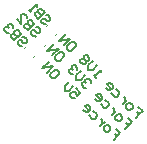
<source format=gbo>
G04*
G04 #@! TF.GenerationSoftware,Altium Limited,Altium Designer,25.1.2 (22)*
G04*
G04 Layer_Color=32896*
%FSLAX44Y44*%
%MOMM*%
G71*
G04*
G04 #@! TF.SameCoordinates,4DC4BC11-A5A9-46D6-A818-46A4CD50810F*
G04*
G04*
G04 #@! TF.FilePolarity,Positive*
G04*
G01*
G75*
%ADD12C,0.1000*%
%ADD16C,0.1500*%
D12*
X110328Y441686D02*
X112096Y443453D01*
X118106Y433908D02*
X119874Y435675D01*
X119677Y451034D02*
X121445Y452802D01*
X127455Y443256D02*
X129223Y445024D01*
X129025Y460383D02*
X130793Y462150D01*
X136803Y452604D02*
X138571Y454372D01*
D16*
X206955Y392275D02*
X210725Y388505D01*
X207897Y385677D01*
X206012Y387562D01*
X207897Y385677D01*
X205070Y382850D01*
X198472Y389447D02*
X196587Y391332D01*
X196587Y393217D01*
X198472Y395102D01*
X200357D01*
X202242Y393217D01*
X202242Y391332D01*
X200357Y389447D01*
X198472D01*
X197530Y397930D02*
X193760Y394160D01*
X195645Y396045D01*
Y397930D01*
Y399815D01*
X194702Y400757D01*
X188105Y407355D02*
X190932Y404527D01*
X190932Y402642D01*
X189047Y400757D01*
X187162D01*
X184335Y403585D01*
X179622Y408297D02*
X181507Y406412D01*
X183392D01*
X185277Y408297D01*
X185277Y410182D01*
X183392Y412067D01*
X181507D01*
X180565Y411125D01*
X184335Y407355D01*
X171140Y416780D02*
X169255Y418665D01*
X170197Y417722D01*
X175852Y423377D01*
X175852Y421492D01*
X172082Y427147D02*
X168312Y423377D01*
X164542D01*
Y427147D01*
X168312Y430917D01*
X165485Y431860D02*
Y433745D01*
X163600Y435630D01*
X161715D01*
X160772Y434687D01*
Y432802D01*
X158887Y432802D01*
X157945Y431860D01*
X157945Y429975D01*
X159830Y428090D01*
X161715D01*
X162657Y429032D01*
Y430917D01*
X164542Y430917D01*
X165485Y431860D01*
X162657Y430917D02*
X160772Y432802D01*
X152290Y446940D02*
X154175Y445055D01*
X154175Y443170D01*
X150405Y439400D01*
X148520D01*
X146635Y441285D01*
X146635Y443170D01*
X150405Y446940D01*
X152290D01*
X143807Y444112D02*
X149462Y449767D01*
X140037Y447882D01*
X145692Y453537D01*
X197971Y382841D02*
X201740Y379071D01*
X198913Y376243D01*
X197028Y378128D01*
X198913Y376243D01*
X196085Y373416D01*
X189488Y380013D02*
X187603Y381898D01*
X187603Y383783D01*
X189488Y385668D01*
X191373D01*
X193258Y383783D01*
X193258Y381898D01*
X191373Y380013D01*
X189488D01*
X188545Y388496D02*
X184775Y384726D01*
X186660Y386611D01*
Y388496D01*
Y390381D01*
X185718Y391323D01*
X179120Y397921D02*
X181948Y395093D01*
X181948Y393208D01*
X180063Y391323D01*
X178178D01*
X175350Y394151D01*
X170638Y398863D02*
X172523Y396978D01*
X174408D01*
X176293Y398863D01*
X176293Y400748D01*
X174408Y402634D01*
X172523D01*
X171580Y401691D01*
X175350Y397921D01*
X166868Y412058D02*
X166868Y413943D01*
X164983Y415829D01*
X163098D01*
X162155Y414886D01*
Y413001D01*
X163098Y412058D01*
X162155Y413001D01*
X160270D01*
X159328Y412058D01*
Y410173D01*
X161213Y408288D01*
X163098D01*
X162155Y418656D02*
X158385Y414886D01*
X154615D01*
Y418656D01*
X158385Y422426D01*
X155558Y423369D02*
Y425254D01*
X153673Y427139D01*
X151788D01*
X150845Y426196D01*
Y424311D01*
X151788Y423369D01*
X150845Y424311D01*
X148960Y424311D01*
X148018Y423369D01*
Y421484D01*
X149903Y419599D01*
X151788D01*
X142363Y438449D02*
X144248Y436564D01*
Y434679D01*
X140478Y430909D01*
X138593D01*
X136708Y432794D01*
X136708Y434679D01*
X140478Y438449D01*
X142363D01*
X133880Y435621D02*
X139535Y441276D01*
X130110Y439391D01*
X135765Y445046D01*
X187975Y373632D02*
X191745Y369862D01*
X188918Y367034D01*
X187033Y368919D01*
X188918Y367034D01*
X186090Y364207D01*
X179493Y370804D02*
X177608Y372689D01*
X177608Y374574D01*
X179493Y376459D01*
X181378D01*
X183263Y374574D01*
X183263Y372689D01*
X181378Y370804D01*
X179493D01*
X178550Y379287D02*
X174780Y375517D01*
X176665Y377402D01*
Y379287D01*
Y381172D01*
X175723Y382114D01*
X169125Y388712D02*
X171953Y385884D01*
X171953Y383999D01*
X170068Y382114D01*
X168183D01*
X165355Y384942D01*
X160643Y389654D02*
X162528Y387769D01*
X164413D01*
X166298Y389654D01*
X166298Y391539D01*
X164413Y393424D01*
X162528D01*
X161585Y392482D01*
X165355Y388712D01*
X154045Y407562D02*
X157815Y403792D01*
X154988Y400965D01*
X154045Y403792D01*
X153103Y404734D01*
X151218D01*
X149333Y402850D01*
Y400965D01*
X151218Y399080D01*
X153103D01*
X152160Y409447D02*
X148390Y405677D01*
X144620D01*
Y409447D01*
X148390Y413217D01*
X138023Y423585D02*
X139908Y421700D01*
Y419815D01*
X136138Y416045D01*
X134253D01*
X132367Y417930D01*
Y419815D01*
X136138Y423585D01*
X138023D01*
X129540Y420757D02*
X135195Y426412D01*
X125770Y424527D01*
X131425Y430182D01*
X128858Y469349D02*
X130743D01*
X132628Y467464D01*
X132628Y465579D01*
X131685Y464636D01*
X129800Y464636D01*
X127915Y466521D01*
X126030Y466521D01*
X125088Y465579D01*
X125088Y463694D01*
X126973Y461809D01*
X128858D01*
X127915Y472177D02*
X122260Y466521D01*
X119433Y469349D01*
X119433Y471234D01*
X120375Y472177D01*
X122260Y472177D01*
X125088Y469349D01*
X122260Y472177D01*
Y474062D01*
X123203Y475004D01*
X125088D01*
X127915Y472177D01*
X116605D02*
X114720Y474062D01*
X115663Y473119D01*
X121318Y478774D01*
X121318Y476889D01*
X120083Y459561D02*
X121968D01*
X123853Y457676D01*
X123853Y455791D01*
X122910Y454849D01*
X121025Y454849D01*
X119140Y456734D01*
X117255Y456734D01*
X116313Y455791D01*
X116313Y453906D01*
X118198Y452021D01*
X120083D01*
X119140Y462389D02*
X113485Y456734D01*
X110658Y459561D01*
X110658Y461446D01*
X111600Y462389D01*
X113485Y462389D01*
X116313Y459561D01*
X113485Y462389D01*
Y464274D01*
X114428Y465216D01*
X116313D01*
X119140Y462389D01*
X104060Y466159D02*
X107830Y462389D01*
Y469929D01*
X108773Y470871D01*
X110658D01*
X112543Y468986D01*
X112543Y467101D01*
X108776Y451039D02*
X110661D01*
X112546Y449154D01*
X112546Y447269D01*
X111604Y446327D01*
X109719Y446327D01*
X107834Y448212D01*
X105949Y448212D01*
X105006Y447269D01*
X105006Y445384D01*
X106891Y443499D01*
X108776D01*
X107834Y453867D02*
X102179Y448212D01*
X99351Y451039D01*
X99351Y452924D01*
X100294Y453867D01*
X102179Y453867D01*
X105006Y451039D01*
X102179Y453867D01*
Y455752D01*
X103121Y456694D01*
X105006D01*
X107834Y453867D01*
X101236Y458579D02*
X101236Y460464D01*
X99351Y462349D01*
X97466D01*
X96524Y461407D01*
Y459522D01*
X97466Y458579D01*
X96524Y459522D01*
X94639Y459522D01*
X93696Y458579D01*
X93696Y456694D01*
X95581Y454809D01*
X97466D01*
M02*

</source>
